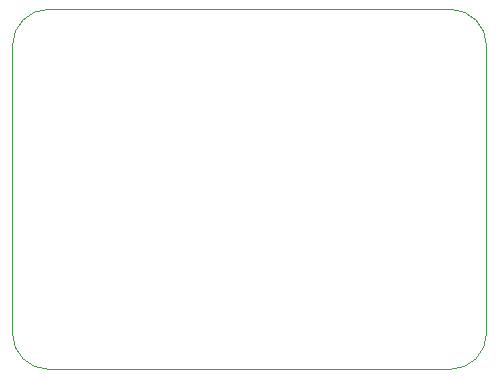
<source format=gbr>
%TF.GenerationSoftware,KiCad,Pcbnew,7.0.8*%
%TF.CreationDate,2023-11-01T19:37:33-03:00*%
%TF.ProjectId,KICAD_STM32,4b494341-445f-4535-944d-33322e6b6963,rev?*%
%TF.SameCoordinates,Original*%
%TF.FileFunction,Profile,NP*%
%FSLAX46Y46*%
G04 Gerber Fmt 4.6, Leading zero omitted, Abs format (unit mm)*
G04 Created by KiCad (PCBNEW 7.0.8) date 2023-11-01 19:37:33*
%MOMM*%
%LPD*%
G01*
G04 APERTURE LIST*
%TA.AperFunction,Profile*%
%ADD10C,0.100000*%
%TD*%
G04 APERTURE END LIST*
D10*
X128524000Y-43180000D02*
X128524000Y-18796000D01*
X125476000Y-15748000D02*
X91440000Y-15748000D01*
X88392000Y-43180000D02*
X88392000Y-18796000D01*
X91440000Y-15748000D02*
G75*
G03*
X88392000Y-18796000I0J-3048000D01*
G01*
X125476000Y-46228000D02*
X91440000Y-46228000D01*
X128524000Y-18796000D02*
G75*
G03*
X125476000Y-15748000I-3048000J0D01*
G01*
X125476000Y-46228000D02*
G75*
G03*
X128524000Y-43180000I0J3048000D01*
G01*
X88392000Y-43180000D02*
G75*
G03*
X91440000Y-46228000I3048000J0D01*
G01*
M02*

</source>
